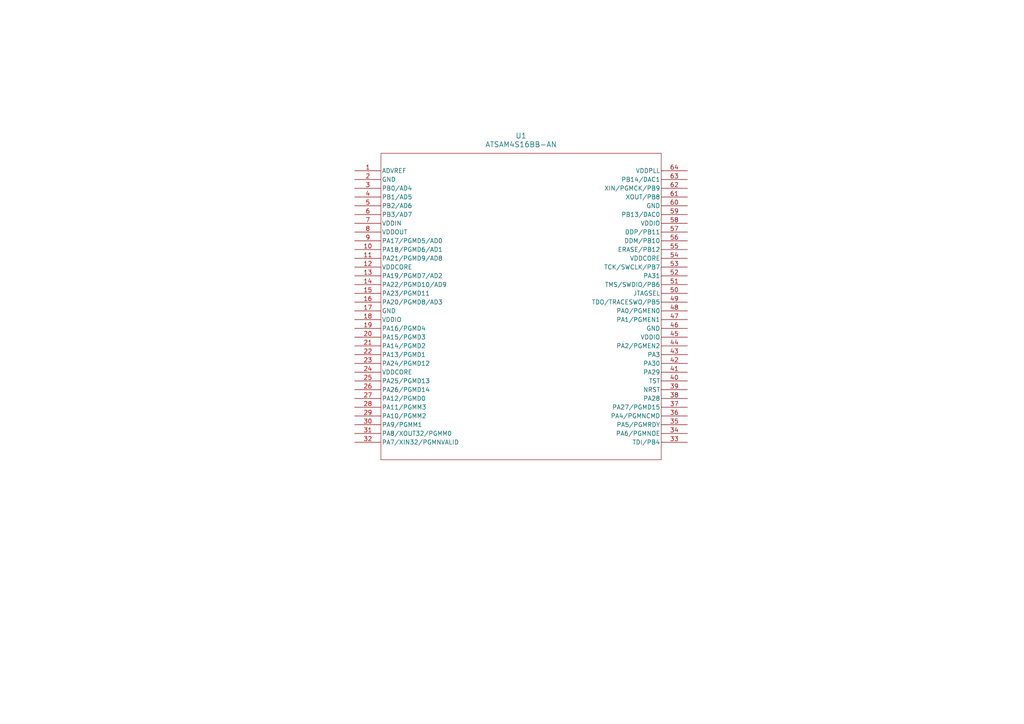
<source format=kicad_sch>
(kicad_sch (version 20250114) (generator "eeschema") (generator_version "9.0")
  (paper "A4")
  (lib_symbols
    (symbol "ATSAM4S16BB_AN:ATSAM4S16BB-AN" (pin_names (offset 0.254))
      (property "Reference" "U" (at 48.26 10.16 0))
      (property "Value" "ATSAM4S16BB-AN" (at 48.26 7.62 0))
      (symbol "ATSAM4S16BB-AN_0_1"
        (polyline (pts (xy 7.62 5.08) (xy 7.62 -83.82)) (stroke (width 0.127)))
        (polyline (pts (xy 7.62 -83.82) (xy 88.9 -83.82)) (stroke (width 0.127)))
        (polyline (pts (xy 88.9 5.08) (xy 7.62 5.08)) (stroke (width 0.127)))
        (polyline (pts (xy 88.9 -83.82) (xy 88.9 5.08)) (stroke (width 0.127)))
        (pin power_in line (at 0 0 0) (length 7.62) (name "ADVREF") (number "1"))
        (pin power_out line (at 0 -2.54 0) (length 7.62) (name "GND") (number "2"))
        (pin bidirectional line (at 0 -5.08 0) (length 7.62) (name "PB0/AD4") (number "3"))
        (pin bidirectional line (at 0 -7.62 0) (length 7.62) (name "PB1/AD5") (number "4"))
        (pin bidirectional line (at 0 -10.16 0) (length 7.62) (name "PB2/AD6") (number "5"))
        (pin bidirectional line (at 0 -12.7 0) (length 7.62) (name "PB3/AD7") (number "6"))
        (pin power_in line (at 0 -15.24 0) (length 7.62) (name "VDDIN") (number "7"))
        (pin output line (at 0 -17.78 0) (length 7.62) (name "VDDOUT") (number "8"))
        (pin bidirectional line (at 0 -20.32 0) (length 7.62) (name "PA17/PGMD5/AD0") (number "9"))
        (pin bidirectional line (at 0 -22.86 0) (length 7.62) (name "PA18/PGMD6/AD1") (number "10"))
        (pin bidirectional line (at 0 -25.4 0) (length 7.62) (name "PA21/PGMD9/AD8") (number "11"))
        (pin power_in line (at 0 -27.94 0) (length 7.62) (name "VDDCORE") (number "12"))
        (pin bidirectional line (at 0 -30.48 0) (length 7.62) (name "PA19/PGMD7/AD2") (number "13"))
        (pin bidirectional line (at 0 -33.02 0) (length 7.62) (name "PA22/PGMD10/AD9") (number "14"))
        (pin bidirectional line (at 0 -35.56 0) (length 7.62) (name "PA23/PGMD11") (number "15"))
        (pin bidirectional line (at 0 -38.1 0) (length 7.62) (name "PA20/PGMD8/AD3") (number "16"))
        (pin power_out line (at 0 -40.64 0) (length 7.62) (name "GND") (number "17"))
        (pin power_in line (at 0 -43.18 0) (length 7.62) (name "VDDIO") (number "18"))
        (pin bidirectional line (at 0 -45.72 0) (length 7.62) (name "PA16/PGMD4") (number "19"))
        (pin bidirectional line (at 0 -48.26 0) (length 7.62) (name "PA15/PGMD3") (number "20"))
        (pin bidirectional line (at 0 -50.8 0) (length 7.62) (name "PA14/PGMD2") (number "21"))
        (pin bidirectional line (at 0 -53.34 0) (length 7.62) (name "PA13/PGMD1") (number "22"))
        (pin bidirectional line (at 0 -55.88 0) (length 7.62) (name "PA24/PGMD12") (number "23"))
        (pin power_in line (at 0 -58.42 0) (length 7.62) (name "VDDCORE") (number "24"))
        (pin bidirectional line (at 0 -60.96 0) (length 7.62) (name "PA25/PGMD13") (number "25"))
        (pin bidirectional line (at 0 -63.5 0) (length 7.62) (name "PA26/PGMD14") (number "26"))
        (pin bidirectional line (at 0 -66.04 0) (length 7.62) (name "PA12/PGMD0") (number "27"))
        (pin bidirectional line (at 0 -68.58 0) (length 7.62) (name "PA11/PGMM3") (number "28"))
        (pin bidirectional line (at 0 -71.12 0) (length 7.62) (name "PA10/PGMM2") (number "29"))
        (pin bidirectional line (at 0 -73.66 0) (length 7.62) (name "PA9/PGMM1") (number "30"))
        (pin output line (at 0 -76.2 0) (length 7.62) (name "PA8/XOUT32/PGMM0") (number "31"))
        (pin input line (at 0 -78.74 0) (length 7.62) (name "PA7/XIN32/PGMNVALID") (number "32"))
        (pin power_in line (at 96.52 0 180) (length 7.62) (name "VDDPLL") (number "64"))
        (pin bidirectional line (at 96.52 -2.54 180) (length 7.62) (name "PB14/DAC1") (number "63"))
        (pin unspecified line (at 96.52 -5.08 180) (length 7.62) (name "XIN/PGMCK/PB9") (number "62"))
        (pin output line (at 96.52 -7.62 180) (length 7.62) (name "XOUT/PB8") (number "61"))
        (pin power_out line (at 96.52 -10.16 180) (length 7.62) (name "GND") (number "60"))
        (pin bidirectional line (at 96.52 -12.7 180) (length 7.62) (name "PB13/DAC0") (number "59"))
        (pin power_in line (at 96.52 -15.24 180) (length 7.62) (name "VDDIO") (number "58"))
        (pin unspecified line (at 96.52 -17.78 180) (length 7.62) (name "DDP/PB11") (number "57"))
        (pin unspecified line (at 96.52 -20.32 180) (length 7.62) (name "DDM/PB10") (number "56"))
        (pin unspecified line (at 96.52 -22.86 180) (length 7.62) (name "ERASE/PB12") (number "55"))
        (pin power_in line (at 96.52 -25.4 180) (length 7.62) (name "VDDCORE") (number "54"))
        (pin unspecified line (at 96.52 -27.94 180) (length 7.62) (name "TCK/SWCLK/PB7") (number "53"))
        (pin bidirectional line (at 96.52 -30.48 180) (length 7.62) (name "PA31") (number "52"))
        (pin unspecified line (at 96.52 -33.02 180) (length 7.62) (name "TMS/SWDIO/PB6") (number "51"))
        (pin unspecified line (at 96.52 -35.56 180) (length 7.62) (name "JTAGSEL") (number "50"))
        (pin unspecified line (at 96.52 -38.1 180) (length 7.62) (name "TDO/TRACESWO/PB5") (number "49"))
        (pin bidirectional line (at 96.52 -40.64 180) (length 7.62) (name "PA0/PGMEN0") (number "48"))
        (pin bidirectional line (at 96.52 -43.18 180) (length 7.62) (name "PA1/PGMEN1") (number "47"))
        (pin power_out line (at 96.52 -45.72 180) (length 7.62) (name "GND") (number "46"))
        (pin power_in line (at 96.52 -48.26 180) (length 7.62) (name "VDDIO") (number "45"))
        (pin bidirectional line (at 96.52 -50.8 180) (length 7.62) (name "PA2/PGMEN2") (number "44"))
        (pin bidirectional line (at 96.52 -53.34 180) (length 7.62) (name "PA3") (number "43"))
        (pin bidirectional line (at 96.52 -55.88 180) (length 7.62) (name "PA30") (number "42"))
        (pin bidirectional line (at 96.52 -58.42 180) (length 7.62) (name "PA29") (number "41"))
        (pin unspecified line (at 96.52 -60.96 180) (length 7.62) (name "TST") (number "40"))
        (pin unspecified line (at 96.52 -63.5 180) (length 7.62) (name "NRST") (number "39"))
        (pin bidirectional line (at 96.52 -66.04 180) (length 7.62) (name "PA28") (number "38"))
        (pin bidirectional line (at 96.52 -68.58 180) (length 7.62) (name "PA27/PGMD15") (number "37"))
        (pin bidirectional line (at 96.52 -71.12 180) (length 7.62) (name "PA4/PGMNCMD") (number "36"))
        (pin bidirectional line (at 96.52 -73.66 180) (length 7.62) (name "PA5/PGMRDY") (number "35"))
        (pin bidirectional line (at 96.52 -76.2 180) (length 7.62) (name "PA6/PGMNOE") (number "34"))
        (pin unspecified line (at 96.52 -78.74 180) (length 7.62) (name "TDI/PB4") (number "33"))
      )
    )
  )
  (symbol (lib_id "ATSAM4S16BB_AN:ATSAM4S16BB-AN") (at 102.87 49.53 0) (unit 1)
    (property "Reference" "U1" (at 151.13 39.37 0) (effects (font (size 1.524 1.524))))
    (property "Value" "ATSAM4S16BB-AN" (at 151.13 41.91 0) (effects (font (size 1.524 1.524))))
    (property "Footprint" "footprints:QFP64-10x10MC_MCH-L" (effects (hide yes)))
    (property "Datasheet" "ATSAM4S16BB-AN" (effects (hide yes)))
  )
)
</source>
